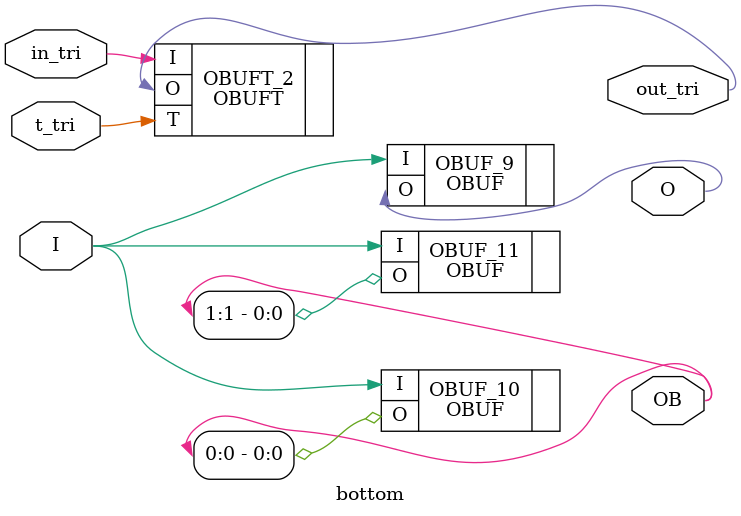
<source format=v>

module top (
    input clk,
    output [3:0] led,
    inout out_a,
    output [1:0] out_b,
    output signal_p,
    output signal_n,
    input rx_n,
    input rx_p,
    output tx_n,
    output tx_p,
    input ibufds_gte2_i,
    input ibufds_gte2_ib,
    output tri_top,
    output tri_bottom
);

  wire LD6, LD7, LD8, LD9;
  wire inter_wire, inter_wire_2;
  localparam BITS = 1;
  localparam LOG2DELAY = 25;

  reg [BITS+LOG2DELAY-1:0] counter = 0;

  always @(posedge clk) begin
    counter <= counter + 1;
  end
  assign led[1] = inter_wire;
  assign inter_wire = inter_wire_2;
  assign {LD9, LD8, LD7, LD6} = counter >> LOG2DELAY;

  OBUFTDS OBUFTDS_2 (
      .I (LD6),
      .O (signal_p),
      .OB(signal_n),
      .T (1'b1)
  );

  OBUF #(
      .IOSTANDARD("LVCMOS33"),
      .SLEW("SLOW")
  ) OBUF_6 (
      .I(LD6),
      .O(led[0])
  );

  OBUF #(
      .IOSTANDARD("LVCMOS33"),
      .SLEW("SLOW")
  ) OBUF_7 (
      .I(LD7),
      .O(inter_wire_2)
  );

  OBUF #(
      .IOSTANDARD("LVCMOS33"),
      .SLEW("SLOW")
  ) OBUF_OUT (
      .I(LD7),
      .O(out_a)
  );

  bottom bottom_inst (
      .I (LD8),
      .O (led[2]),
      .OB(out_b),
      .in_tri(LD7),
      .t_tri(LD8),
      .out_tri(tri_bottom)
  );

  bottom_intermediate bottom_intermediate_inst (
      .I(LD9),
      .O(led[3])
  );

  GTPE2_CHANNEL GTPE2_CHANNEL (
      .GTPRXP(rx_p),
      .GTPRXN(rx_n),
      .GTPTXP(tx_p),
      .GTPTXN(tx_n)
  );

  (* keep *)
  IBUFDS_GTE2 IBUFDS_GTE2 (
      .I (ibufds_gte2_i),
      .IB(ibufds_gte2_ib)
  );

  OBUFT OBUFT_1 (
      .I(LD6),
      .T(LD7),
      .O(tri_top)
  );
endmodule

module bottom_intermediate (
    input  I,
    output O
);

  wire bottom_intermediate_wire;
  assign O = bottom_intermediate_wire;

  OBUF #(
      .IOSTANDARD("LVCMOS33"),
      .SLEW("SLOW")
  ) OBUF_8 (
      .I(I),
      .O(bottom_intermediate_wire)
  );
endmodule

module bottom (
    input I,
    output [1:0] OB,
    output O,
    input in_tri,
    input t_tri,
    output out_tri
);

  OBUF #(
      .IOSTANDARD("LVCMOS33"),
      .SLEW("SLOW")
  ) OBUF_9 (
      .I(I),
      .O(O)
  );

  OBUF #(
      .IOSTANDARD("LVCMOS33"),
      .SLEW("SLOW")
  ) OBUF_10 (
      .I(I),
      .O(OB[0])
  );

  OBUF #(
      .IOSTANDARD("LVCMOS33"),
      .SLEW("SLOW")
  ) OBUF_11 (
      .I(I),
      .O(OB[1])
  );

  OBUFT OBUFT_2 (
      .I(in_tri),
      .T(t_tri),
      .O(out_tri)
  );
endmodule

</source>
